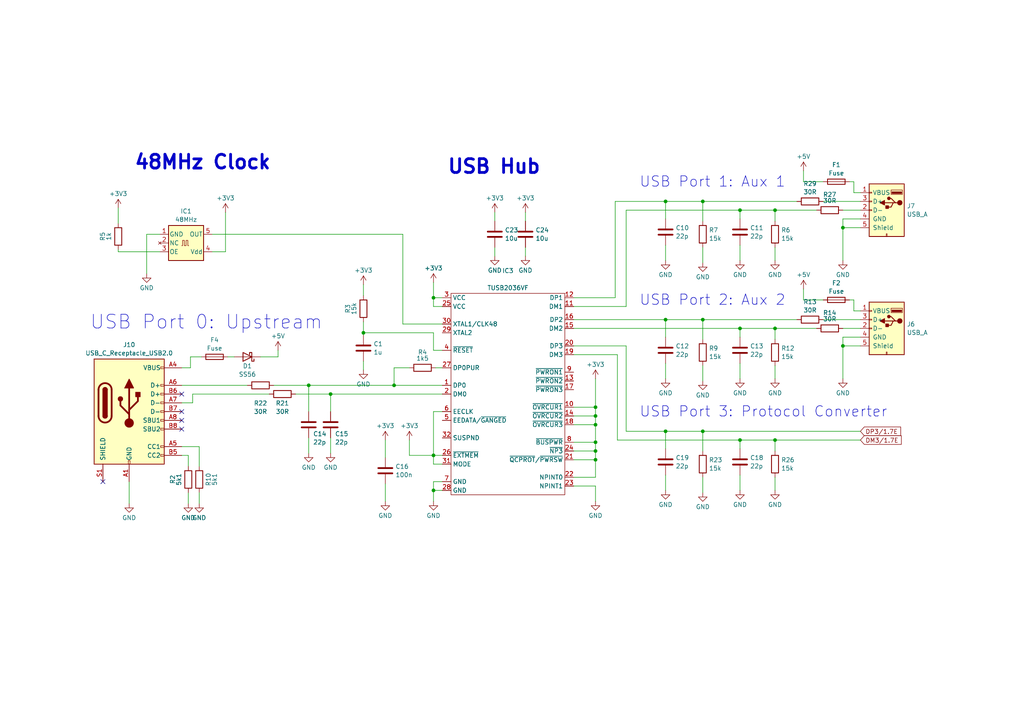
<source format=kicad_sch>
(kicad_sch (version 20230121) (generator eeschema)
  (paper "A4")
  (lib_symbols
    (symbol "Device:C" (pin_numbers hide) (pin_names (offset 0.254))
      (property "Reference" "C" (at 0.635 2.54 0))
      (property "Value" "C" (at 0.635 -2.54 0))
      (symbol "C_0_1"
        (polyline (pts (xy -2.032 -0.762) (xy 2.032 -0.762)) (stroke (width 0.508)))
        (polyline (pts (xy -2.032 0.762) (xy 2.032 0.762)) (stroke (width 0.508)))
      )
      (symbol "C_1_1"
        (pin passive line (at 0 3.81 270) (length 2.794) (name "~") (number "1"))
        (pin passive line (at 0 -3.81 90) (length 2.794) (name "~") (number "2"))
      )
    )
    (symbol "Device:D_Schottky" (pin_numbers hide) (pin_names (offset 1.016) hide)
      (property "Reference" "D" (at 0 2.54 0))
      (property "Value" "D_Schottky" (at 0 -2.54 0))
      (symbol "D_Schottky_0_1"
        (polyline (pts (xy 1.27 0) (xy -1.27 0)))
        (polyline (pts (xy 1.27 1.27) (xy 1.27 -1.27) (xy -1.27 0) (xy 1.27 1.27)) (stroke (width 0.254)))
        (polyline (pts (xy -1.905 0.635) (xy -1.905 1.27) (xy -1.27 1.27) (xy -1.27 -1.27) (xy -0.635 -1.27) (xy -0.635 -0.635)) (stroke (width 0.254)))
      )
      (symbol "D_Schottky_1_1"
        (pin passive line (at -3.81 0 0) (length 2.54) (name "K") (number "1"))
        (pin passive line (at 3.81 0 180) (length 2.54) (name "A") (number "2"))
      )
    )
    (symbol "Device:Fuse" (pin_numbers hide) (pin_names (offset 0))
      (property "Reference" "F" (at 2.032 0 90))
      (property "Value" "Fuse" (at -1.905 0 90))
      (symbol "Fuse_0_1"
        (rectangle (start -0.762 -2.54) (end 0.762 2.54) (stroke (width 0.254)))
        (polyline (pts (xy 0 2.54) (xy 0 -2.54)))
      )
      (symbol "Fuse_1_1"
        (pin passive line (at 0 3.81 270) (length 1.27) (name "~") (number "1"))
        (pin passive line (at 0 -3.81 90) (length 1.27) (name "~") (number "2"))
      )
    )
    (symbol "Device:R" (pin_numbers hide) (pin_names (offset 0))
      (property "Reference" "R" (at 2.032 0 90))
      (property "Value" "R" (at 0 0 90))
      (symbol "R_0_1"
        (rectangle (start -1.016 -2.54) (end 1.016 2.54) (stroke (width 0.254)))
      )
      (symbol "R_1_1"
        (pin passive line (at 0 3.81 270) (length 1.27) (name "~") (number "1"))
        (pin passive line (at 0 -3.81 90) (length 1.27) (name "~") (number "2"))
      )
    )
    (symbol "_:48MHz" (pin_names (offset 0.254))
      (property "Reference" "X" (at -5.08 6.35 0))
      (property "Value" "48MHz" (at 1.27 -6.35 0))
      (symbol "48MHz_0_1"
        (rectangle (start -5.08 5.08) (end 5.08 -5.08) (stroke (width 0.254)) (fill (type background)))
        (polyline (pts (xy -1.27 -0.762) (xy -1.016 -0.762) (xy -1.016 0.762) (xy -0.508 0.762) (xy -0.508 -0.762) (xy 0 -0.762) (xy 0 0.762) (xy 0.508 0.762) (xy 0.508 -0.762) (xy 0.762 -0.762)))
      )
      (symbol "48MHz_1_1"
        (pin power_in line (at -7.62 2.54 0) (length 2.54) (name "GND") (number "1"))
        (pin no_connect line (at -7.62 0 0) (length 2.54) (name "NC") (number "2"))
        (pin input line (at -7.62 -2.54 0) (length 2.54) (name "OE") (number "3"))
        (pin power_in line (at 7.62 -2.54 180) (length 2.54) (name "Vdd") (number "4"))
        (pin output line (at 7.62 2.54 180) (length 2.54) (name "OUT") (number "5"))
      )
    )
    (symbol "_:TUSB2036VF"
      (property "Reference" "U" (at 0 0 0))
      (symbol "TUSB2036VF_0_1"
        (rectangle (start -16.51 8.89) (end 16.51 -49.53))
      )
      (symbol "TUSB2036VF_1_1"
        (pin power_in line (at -19.05 -17.78 0) (length 2.54) (name "DP0") (number "1"))
        (pin output line (at 19.05 -24.13 180) (length 2.54) (name "~{OVRCUR1}") (number "10"))
        (pin bidirectional line (at 19.05 5.08 180) (length 2.54) (name "DM1") (number "11"))
        (pin bidirectional line (at 19.05 7.62 180) (length 2.54) (name "DP1") (number "12"))
        (pin output line (at 19.05 -16.51 180) (length 2.54) (name "~{PWRON2}") (number "13"))
        (pin output line (at 19.05 -26.67 180) (length 2.54) (name "~{OVRCUR2}") (number "14"))
        (pin bidirectional line (at 19.05 -1.27 180) (length 2.54) (name "DM2") (number "15"))
        (pin bidirectional line (at 19.05 1.27 180) (length 2.54) (name "DP2") (number "16"))
        (pin output line (at 19.05 -19.05 180) (length 2.54) (name "~{PWRON3}") (number "17"))
        (pin output line (at 19.05 -29.21 180) (length 2.54) (name "~{OVRCUR3}") (number "18"))
        (pin bidirectional line (at 19.05 -8.89 180) (length 2.54) (name "DM3") (number "19"))
        (pin power_in line (at -19.05 -20.32 0) (length 2.54) (name "DM0") (number "2"))
        (pin bidirectional line (at 19.05 -6.35 180) (length 2.54) (name "DP3") (number "20"))
        (pin input line (at 19.05 -39.37 180) (length 2.54) (name "~{QCPROT}/~{PWRSW}") (number "21"))
        (pin input line (at 19.05 -44.45 180) (length 2.54) (name "NPINT0") (number "22"))
        (pin input line (at 19.05 -46.99 180) (length 2.54) (name "NPINT1") (number "23"))
        (pin input line (at 19.05 -36.83 180) (length 2.54) (name "~{NP3}") (number "24"))
        (pin power_in line (at -19.05 5.08 0) (length 2.54) (name "VCC") (number "25"))
        (pin input line (at -19.05 -38.1 0) (length 2.54) (name "~{EXTMEM}") (number "26"))
        (pin input line (at -19.05 -12.7 0) (length 2.54) (name "DP0PUR") (number "27"))
        (pin power_in line (at -19.05 -48.26 0) (length 2.54) (name "GND") (number "28"))
        (pin output line (at -19.05 -2.54 0) (length 2.54) (name "XTAL2") (number "29"))
        (pin power_in line (at -19.05 7.62 0) (length 2.54) (name "VCC") (number "3"))
        (pin input line (at -19.05 0 0) (length 2.54) (name "XTAL1/CLK48") (number "30"))
        (pin input line (at -19.05 -40.64 0) (length 2.54) (name "MODE") (number "31"))
        (pin input line (at -19.05 -33.02 0) (length 2.54) (name "SUSPND") (number "32"))
        (pin input line (at -19.05 -7.62 0) (length 2.54) (name "~{RESET}") (number "4"))
        (pin bidirectional line (at -19.05 -27.94 0) (length 2.54) (name "EEDATA/~{GANGED}") (number "5"))
        (pin output line (at -19.05 -25.4 0) (length 2.54) (name "EECLK") (number "6"))
        (pin power_in line (at -19.05 -45.72 0) (length 2.54) (name "GND") (number "7"))
        (pin input line (at 19.05 -34.29 180) (length 2.54) (name "~{BUSPWR}") (number "8"))
        (pin output line (at 19.05 -13.97 180) (length 2.54) (name "~{PWRON1}") (number "9"))
      )
    )
    (symbol "_:USB_A" (pin_names (offset 1.016))
      (property "Reference" "J" (at 5.08 -8.89 0))
      (property "Value" "USB_A" (at 0 8.89 0))
      (symbol "USB_A_0_1"
        (rectangle (start -5.08 -7.62) (end 5.08 7.62) (stroke (width 0.254)) (fill (type background)))
        (circle (center -3.81 2.159) (radius 0.635) (stroke (width 0.254)) (fill (type outline)))
        (rectangle (start -1.524 4.826) (end -4.318 5.334) (fill (type outline)))
        (rectangle (start -1.27 4.572) (end -4.572 5.842))
        (circle (center -0.635 3.429) (radius 0.381) (stroke (width 0.254)) (fill (type outline)))
        (rectangle (start -0.127 -7.62) (end 0.127 -6.858))
        (polyline (pts (xy -3.175 2.159) (xy -2.54 2.159) (xy -1.27 3.429) (xy -0.635 3.429)) (stroke (width 0.254)))
        (polyline (pts (xy -2.54 2.159) (xy -1.905 2.159) (xy -1.27 0.889) (xy 0 0.889)) (stroke (width 0.254)))
        (polyline (pts (xy 0.635 2.794) (xy 0.635 1.524) (xy 1.905 2.159) (xy 0.635 2.794)) (stroke (width 0.254)) (fill (type outline)))
        (rectangle (start 0.254 1.27) (end -0.508 0.508) (stroke (width 0.254)) (fill (type outline)))
        (rectangle (start 5.08 -0.127) (end 4.318 0.127))
        (rectangle (start 5.08 2.413) (end 4.318 2.667))
        (rectangle (start 5.08 4.953) (end 4.318 5.207))
      )
      (symbol "USB_A_1_1"
        (polyline (pts (xy -1.905 2.159) (xy 0.635 2.159)) (stroke (width 0.254)))
        (pin power_in line (at 7.62 5.08 180) (length 2.54) (name "VBUS") (number "1"))
        (pin bidirectional line (at 7.62 0 180) (length 2.54) (name "D-") (number "2"))
        (pin bidirectional line (at 7.62 2.54 180) (length 2.54) (name "D+") (number "3"))
        (pin power_in line (at 7.62 -2.54 180) (length 2.54) (name "GND") (number "4"))
        (pin passive line (at 7.62 -5.08 180) (length 2.54) (name "Shield") (number "5"))
      )
    )
    (symbol "_:USB_C_Receptacle_USB2.0" (pin_names (offset 1.016))
      (property "Reference" "J" (at -10.16 19.05 0))
      (property "Value" "USB_C_Receptacle_USB2.0" (at 19.05 19.05 0))
      (symbol "USB_C_Receptacle_USB2.0_0_0"
        (rectangle (start -0.254 -12.7) (end 0.254 -11.684))
        (rectangle (start 10.16 -9.906) (end 9.144 -10.414))
        (rectangle (start 10.16 -7.366) (end 9.144 -7.874))
        (rectangle (start 10.16 -2.286) (end 9.144 -2.794))
        (rectangle (start 10.16 0.254) (end 9.144 -0.254))
        (rectangle (start 10.16 2.794) (end 9.144 2.286))
        (rectangle (start 10.16 5.334) (end 9.144 4.826))
        (rectangle (start 10.16 7.874) (end 9.144 7.366))
        (rectangle (start 10.16 10.414) (end 9.144 9.906))
        (rectangle (start 10.16 15.494) (end 9.144 14.986))
      )
      (symbol "USB_C_Receptacle_USB2.0_0_1"
        (rectangle (start -10.16 17.78) (end 10.16 -12.7) (stroke (width 0.254)) (fill (type background)))
        (arc (start -8.89 1.27) (mid -6.985 -0.6267) (end -5.08 1.27) (stroke (width 0.508)))
        (arc (start -7.62 1.27) (mid -6.985 0.6377) (end -6.35 1.27) (stroke (width 0.254)))
        (arc (start -7.62 1.27) (mid -6.985 0.6377) (end -6.35 1.27) (stroke (width 0.254)) (fill (type outline)))
        (rectangle (start -7.62 1.27) (end -6.35 8.89) (stroke (width 0.254)) (fill (type outline)))
        (arc (start -6.35 8.89) (mid -6.985 9.5223) (end -7.62 8.89) (stroke (width 0.254)))
        (arc (start -6.35 8.89) (mid -6.985 9.5223) (end -7.62 8.89) (stroke (width 0.254)) (fill (type outline)))
        (arc (start -5.08 8.89) (mid -6.985 10.7867) (end -8.89 8.89) (stroke (width 0.508)))
        (circle (center -2.54 6.223) (radius 0.635) (stroke (width 0.254)) (fill (type outline)))
        (circle (center 0 -0.762) (radius 1.27) (fill (type outline)))
        (polyline (pts (xy -8.89 1.27) (xy -8.89 8.89)) (stroke (width 0.508)))
        (polyline (pts (xy -5.08 8.89) (xy -5.08 1.27)) (stroke (width 0.508)))
        (polyline (pts (xy 0 -0.762) (xy 0 9.398)) (stroke (width 0.508)))
        (polyline (pts (xy 0 1.778) (xy -2.54 4.318) (xy -2.54 5.588)) (stroke (width 0.508)))
        (polyline (pts (xy 0 3.048) (xy 2.54 5.588) (xy 2.54 6.858)) (stroke (width 0.508)))
        (polyline (pts (xy -1.27 9.398) (xy 0 11.938) (xy 1.27 9.398) (xy -1.27 9.398)) (stroke (width 0.254)) (fill (type outline)))
        (rectangle (start 1.905 6.858) (end 3.175 8.128) (stroke (width 0.254)) (fill (type outline)))
      )
      (symbol "USB_C_Receptacle_USB2.0_1_1"
        (pin passive line (at 0 -17.78 90) (length 5.08) (name "GND") (number "A1"))
        (pin passive line (at 0 -17.78 90) (length 5.08) hide (name "GND") (number "A12"))
        (pin passive line (at 15.24 15.24 180) (length 5.08) (name "VBUS") (number "A4"))
        (pin bidirectional line (at 15.24 -7.62 180) (length 5.08) (name "CC1") (number "A5"))
        (pin bidirectional line (at 15.24 10.16 180) (length 5.08) (name "D+") (number "A6"))
        (pin bidirectional line (at 15.24 5.08 180) (length 5.08) (name "D-") (number "A7"))
        (pin bidirectional line (at 15.24 0 180) (length 5.08) (name "SBU1") (number "A8"))
        (pin passive line (at 15.24 15.24 180) (length 5.08) hide (name "VBUS") (number "A9"))
        (pin passive line (at 0 -17.78 90) (length 5.08) hide (name "GND") (number "B1"))
        (pin passive line (at 0 -17.78 90) (length 5.08) hide (name "GND") (number "B12"))
        (pin passive line (at 15.24 15.24 180) (length 5.08) hide (name "VBUS") (number "B4"))
        (pin bidirectional line (at 15.24 -10.16 180) (length 5.08) (name "CC2") (number "B5"))
        (pin bidirectional line (at 15.24 7.62 180) (length 5.08) (name "D+") (number "B6"))
        (pin bidirectional line (at 15.24 2.54 180) (length 5.08) (name "D-") (number "B7"))
        (pin bidirectional line (at 15.24 -2.54 180) (length 5.08) (name "SBU2") (number "B8"))
        (pin passive line (at 15.24 15.24 180) (length 5.08) hide (name "VBUS") (number "B9"))
        (pin passive line (at -7.62 -17.78 90) (length 5.08) (name "SHIELD") (number "S1"))
      )
    )
    (symbol "power:+3V3" (power) (pin_names (offset 0))
      (property "Value" "+3V3" (at 0 3.556 0))
      (symbol "+3V3_0_1"
        (polyline (pts (xy -0.762 1.27) (xy 0 2.54)))
        (polyline (pts (xy 0 0) (xy 0 2.54)))
        (polyline (pts (xy 0 2.54) (xy 0.762 1.27)))
      )
      (symbol "+3V3_1_1"
        (pin power_in line (at 0 0 90) (length 0) hide (name "+3V3") (number "1"))
      )
    )
    (symbol "power:+5V" (power) (pin_names (offset 0))
      (property "Value" "+5V" (at 0 3.556 0))
      (symbol "+5V_0_1"
        (polyline (pts (xy -0.762 1.27) (xy 0 2.54)))
        (polyline (pts (xy 0 0) (xy 0 2.54)))
        (polyline (pts (xy 0 2.54) (xy 0.762 1.27)))
      )
      (symbol "+5V_1_1"
        (pin power_in line (at 0 0 90) (length 0) hide (name "+5V") (number "1"))
      )
    )
    (symbol "power:GND" (power) (pin_names (offset 0))
      (property "Value" "GND" (at 0 -3.81 0))
      (symbol "GND_0_1"
        (polyline (pts (xy 0 0) (xy 0 -1.27) (xy 1.27 -1.27) (xy 0 -2.54) (xy -1.27 -1.27) (xy 0 -1.27)))
      )
      (symbol "GND_1_1"
        (pin power_in line (at 0 0 270) (length 0) hide (name "GND") (number "1"))
      )
    )
  )
  (junction (at 224.79 95.25))
  (junction (at 114.3 111.76))
  (junction (at 172.72 133.35))
  (junction (at 105.41 96.52))
  (junction (at 172.72 130.81))
  (junction (at 203.835 125.095))
  (junction (at 172.72 128.27))
  (junction (at 172.72 123.19))
  (junction (at 224.79 127.635))
  (junction (at 125.73 132.08))
  (junction (at 203.835 92.71))
  (junction (at 214.63 60.96))
  (junction (at 224.79 60.96))
  (junction (at 172.72 120.65))
  (junction (at 172.72 118.11))
  (junction (at 214.63 127.635))
  (junction (at 214.63 95.25))
  (junction (at 193.04 125.095))
  (junction (at 244.475 100.33))
  (junction (at 244.475 66.04))
  (junction (at 125.73 86.36))
  (junction (at 125.73 142.24))
  (junction (at 89.535 111.76))
  (junction (at 193.04 58.42))
  (junction (at 95.885 114.3))
  (junction (at 203.835 58.42))
  (junction (at 193.04 92.71))
  (no_connect (at 52.705 114.3))
  (no_connect (at 52.705 119.38))
  (no_connect (at 29.845 139.7))
  (no_connect (at 52.705 124.46))
  (no_connect (at 52.705 121.92))
  (wire (pts (xy 246.38 52.705) (xy 247.65 52.705)))
  (wire (pts (xy 224.79 138.43) (xy 224.79 142.24)))
  (wire (pts (xy 65.405 61.595) (xy 65.405 73.025)))
  (wire (pts (xy 214.63 137.795) (xy 214.63 142.24)))
  (wire (pts (xy 125.73 139.7) (xy 125.73 142.24)))
  (wire (pts (xy 244.475 66.04) (xy 244.475 75.565)))
  (wire (pts (xy 214.63 60.96) (xy 214.63 63.5)))
  (wire (pts (xy 125.73 132.08) (xy 118.745 132.08)))
  (wire (pts (xy 247.65 90.17) (xy 249.555 90.17)))
  (wire (pts (xy 247.65 55.88) (xy 249.555 55.88)))
  (wire (pts (xy 166.37 95.25) (xy 214.63 95.25)))
  (wire (pts (xy 89.535 111.76) (xy 114.3 111.76)))
  (wire (pts (xy 105.41 96.52) (xy 105.41 97.155)))
  (wire (pts (xy 118.745 132.08) (xy 118.745 127.635)))
  (wire (pts (xy 125.73 88.9) (xy 125.73 86.36)))
  (wire (pts (xy 179.07 102.87) (xy 179.07 127.635)))
  (wire (pts (xy 203.835 125.095) (xy 203.835 130.81)))
  (wire (pts (xy 66.04 103.505) (xy 67.945 103.505)))
  (wire (pts (xy 224.79 95.25) (xy 236.855 95.25)))
  (wire (pts (xy 172.72 140.97) (xy 172.72 145.415)))
  (wire (pts (xy 214.63 60.96) (xy 224.79 60.96)))
  (wire (pts (xy 105.41 93.345) (xy 105.41 96.52)))
  (wire (pts (xy 244.475 100.33) (xy 249.555 100.33)))
  (wire (pts (xy 203.835 92.71) (xy 203.835 98.425)))
  (wire (pts (xy 203.835 138.43) (xy 203.835 142.875)))
  (wire (pts (xy 214.63 105.41) (xy 214.63 109.855)))
  (wire (pts (xy 54.61 132.08) (xy 54.61 135.255)))
  (wire (pts (xy 214.63 95.25) (xy 214.63 97.79)))
  (wire (pts (xy 193.04 58.42) (xy 203.835 58.42)))
  (wire (pts (xy 79.375 111.76) (xy 89.535 111.76)))
  (wire (pts (xy 178.435 86.36) (xy 178.435 58.42)))
  (wire (pts (xy 172.72 138.43) (xy 166.37 138.43)))
  (wire (pts (xy 34.29 73.025) (xy 46.355 73.025)))
  (wire (pts (xy 85.725 114.3) (xy 95.885 114.3)))
  (wire (pts (xy 52.705 111.76) (xy 71.755 111.76)))
  (wire (pts (xy 111.76 127.635) (xy 111.76 132.715)))
  (wire (pts (xy 224.79 106.045) (xy 224.79 109.855)))
  (wire (pts (xy 55.245 103.505) (xy 58.42 103.505)))
  (wire (pts (xy 203.835 71.755) (xy 203.835 76.2)))
  (wire (pts (xy 193.04 71.12) (xy 193.04 75.565)))
  (wire (pts (xy 89.535 111.76) (xy 89.535 119.38)))
  (wire (pts (xy 166.37 128.27) (xy 172.72 128.27)))
  (wire (pts (xy 203.835 92.71) (xy 231.14 92.71)))
  (wire (pts (xy 57.785 142.875) (xy 57.785 146.05)))
  (wire (pts (xy 181.61 100.33) (xy 181.61 125.095)))
  (wire (pts (xy 166.37 92.71) (xy 193.04 92.71)))
  (wire (pts (xy 193.04 125.095) (xy 203.835 125.095)))
  (wire (pts (xy 233.045 86.995) (xy 238.76 86.995)))
  (wire (pts (xy 46.355 67.945) (xy 42.545 67.945)))
  (wire (pts (xy 244.475 100.33) (xy 244.475 109.855)))
  (wire (pts (xy 249.555 97.79) (xy 244.475 97.79)))
  (wire (pts (xy 172.72 128.27) (xy 172.72 130.81)))
  (wire (pts (xy 224.79 60.96) (xy 224.79 64.135)))
  (wire (pts (xy 172.72 130.81) (xy 172.72 133.35)))
  (wire (pts (xy 233.045 52.705) (xy 238.76 52.705)))
  (wire (pts (xy 128.27 88.9) (xy 125.73 88.9)))
  (wire (pts (xy 166.37 118.11) (xy 172.72 118.11)))
  (wire (pts (xy 152.4 71.755) (xy 152.4 74.295)))
  (wire (pts (xy 126.365 106.68) (xy 128.27 106.68)))
  (wire (pts (xy 125.73 134.62) (xy 125.73 132.08)))
  (wire (pts (xy 193.04 125.095) (xy 193.04 130.175)))
  (wire (pts (xy 114.3 106.68) (xy 114.3 111.76)))
  (wire (pts (xy 244.475 97.79) (xy 244.475 100.33)))
  (wire (pts (xy 143.51 71.755) (xy 143.51 74.295)))
  (wire (pts (xy 214.63 71.12) (xy 214.63 75.565)))
  (wire (pts (xy 166.37 123.19) (xy 172.72 123.19)))
  (wire (pts (xy 172.72 123.19) (xy 172.72 128.27)))
  (wire (pts (xy 224.79 60.96) (xy 236.855 60.96)))
  (wire (pts (xy 152.4 61.595) (xy 152.4 64.135)))
  (wire (pts (xy 128.27 139.7) (xy 125.73 139.7)))
  (wire (pts (xy 52.705 116.84) (xy 55.88 116.84)))
  (wire (pts (xy 172.72 120.65) (xy 172.72 123.19)))
  (wire (pts (xy 238.76 92.71) (xy 249.555 92.71)))
  (wire (pts (xy 54.61 132.08) (xy 52.705 132.08)))
  (wire (pts (xy 179.07 127.635) (xy 214.63 127.635)))
  (wire (pts (xy 166.37 133.35) (xy 172.72 133.35)))
  (wire (pts (xy 143.51 61.595) (xy 143.51 64.135)))
  (wire (pts (xy 166.37 102.87) (xy 179.07 102.87)))
  (wire (pts (xy 166.37 130.81) (xy 172.72 130.81)))
  (wire (pts (xy 125.73 132.08) (xy 128.27 132.08)))
  (wire (pts (xy 80.645 101.6) (xy 80.645 103.505)))
  (wire (pts (xy 125.73 96.52) (xy 105.41 96.52)))
  (wire (pts (xy 224.79 95.25) (xy 224.79 98.425)))
  (wire (pts (xy 193.04 92.71) (xy 203.835 92.71)))
  (wire (pts (xy 244.475 66.04) (xy 249.555 66.04)))
  (wire (pts (xy 95.885 114.3) (xy 128.27 114.3)))
  (wire (pts (xy 172.72 133.35) (xy 172.72 138.43)))
  (wire (pts (xy 57.785 129.54) (xy 57.785 135.255)))
  (wire (pts (xy 214.63 127.635) (xy 224.79 127.635)))
  (wire (pts (xy 203.835 106.045) (xy 203.835 110.49)))
  (wire (pts (xy 244.475 95.25) (xy 249.555 95.25)))
  (wire (pts (xy 249.555 63.5) (xy 244.475 63.5)))
  (wire (pts (xy 42.545 67.945) (xy 42.545 79.375)))
  (wire (pts (xy 128.27 119.38) (xy 125.73 119.38)))
  (wire (pts (xy 193.04 58.42) (xy 193.04 63.5)))
  (wire (pts (xy 128.27 134.62) (xy 125.73 134.62)))
  (wire (pts (xy 118.745 106.68) (xy 114.3 106.68)))
  (wire (pts (xy 247.65 52.705) (xy 247.65 55.88)))
  (wire (pts (xy 214.63 127.635) (xy 214.63 130.175)))
  (wire (pts (xy 224.79 127.635) (xy 224.79 130.81)))
  (wire (pts (xy 244.475 60.96) (xy 249.555 60.96)))
  (wire (pts (xy 111.76 140.335) (xy 111.76 145.415)))
  (wire (pts (xy 172.72 109.855) (xy 172.72 118.11)))
  (wire (pts (xy 181.61 125.095) (xy 193.04 125.095)))
  (wire (pts (xy 166.37 140.97) (xy 172.72 140.97)))
  (wire (pts (xy 238.76 58.42) (xy 249.555 58.42)))
  (wire (pts (xy 55.88 116.84) (xy 55.88 114.3)))
  (wire (pts (xy 193.04 137.795) (xy 193.04 142.24)))
  (wire (pts (xy 166.37 86.36) (xy 178.435 86.36)))
  (wire (pts (xy 125.73 81.915) (xy 125.73 86.36)))
  (wire (pts (xy 37.465 139.7) (xy 37.465 146.05)))
  (wire (pts (xy 125.73 86.36) (xy 128.27 86.36)))
  (wire (pts (xy 52.705 129.54) (xy 57.785 129.54)))
  (wire (pts (xy 233.045 49.53) (xy 233.045 52.705)))
  (wire (pts (xy 166.37 120.65) (xy 172.72 120.65)))
  (wire (pts (xy 55.245 106.68) (xy 52.705 106.68)))
  (wire (pts (xy 114.3 111.76) (xy 128.27 111.76)))
  (wire (pts (xy 128.27 93.98) (xy 116.84 93.98)))
  (wire (pts (xy 61.595 67.945) (xy 116.84 67.945)))
  (wire (pts (xy 95.885 119.38) (xy 95.885 114.3)))
  (wire (pts (xy 203.835 125.095) (xy 249.555 125.095)))
  (wire (pts (xy 247.65 86.995) (xy 247.65 90.17)))
  (wire (pts (xy 203.835 58.42) (xy 231.14 58.42)))
  (wire (pts (xy 181.61 88.9) (xy 181.61 60.96)))
  (wire (pts (xy 54.61 142.875) (xy 54.61 146.05)))
  (wire (pts (xy 34.29 72.39) (xy 34.29 73.025)))
  (wire (pts (xy 166.37 100.33) (xy 181.61 100.33)))
  (wire (pts (xy 125.73 142.24) (xy 125.73 145.415)))
  (wire (pts (xy 166.37 88.9) (xy 181.61 88.9)))
  (wire (pts (xy 193.04 105.41) (xy 193.04 109.855)))
  (wire (pts (xy 125.73 142.24) (xy 128.27 142.24)))
  (wire (pts (xy 80.645 103.505) (xy 75.565 103.505)))
  (wire (pts (xy 244.475 63.5) (xy 244.475 66.04)))
  (wire (pts (xy 181.61 60.96) (xy 214.63 60.96)))
  (wire (pts (xy 233.045 83.82) (xy 233.045 86.995)))
  (wire (pts (xy 125.73 101.6) (xy 125.73 96.52)))
  (wire (pts (xy 61.595 73.025) (xy 65.405 73.025)))
  (wire (pts (xy 55.245 103.505) (xy 55.245 106.68)))
  (wire (pts (xy 224.79 127.635) (xy 249.555 127.635)))
  (wire (pts (xy 224.79 71.755) (xy 224.79 75.565)))
  (wire (pts (xy 116.84 67.945) (xy 116.84 93.98)))
  (wire (pts (xy 172.72 118.11) (xy 172.72 120.65)))
  (wire (pts (xy 105.41 82.55) (xy 105.41 85.725)))
  (wire (pts (xy 95.885 127) (xy 95.885 131.445)))
  (wire (pts (xy 105.41 104.775) (xy 105.41 107.315)))
  (wire (pts (xy 214.63 95.25) (xy 224.79 95.25)))
  (wire (pts (xy 193.04 92.71) (xy 193.04 97.79)))
  (wire (pts (xy 125.73 119.38) (xy 125.73 132.08)))
  (wire (pts (xy 246.38 86.995) (xy 247.65 86.995)))
  (wire (pts (xy 203.835 58.42) (xy 203.835 64.135)))
  (wire (pts (xy 34.29 60.325) (xy 34.29 64.77)))
  (wire (pts (xy 178.435 58.42) (xy 193.04 58.42)))
  (wire (pts (xy 128.27 101.6) (xy 125.73 101.6)))
  (wire (pts (xy 55.88 114.3) (xy 78.105 114.3)))
  (wire (pts (xy 89.535 127) (xy 89.535 131.445)))
  (text "48MHz Clock" (at 38.735 49.53 0) (effects (font (size 4 4) (thickness 0.8) bold) (justify left bottom)))
  (text "USB Port 0: Upstream" (at 26.035 95.885 0) (effects (font (size 4 4)) (justify left bottom)))
  (text "USB Port 3: Protocol Converter" (at 185.42 121.285 0) (effects (font (size 3 3)) (justify left bottom)))
  (text "USB Hub" (at 129.54 50.8 0) (effects (font (size 4 4) (thickness 0.8) bold) (justify left bottom)))
  (text "USB Port 2: Aux 2" (at 185.42 88.9 0) (effects (font (size 3 3)) (justify left bottom)))
  (text "USB Port 1: Aux 1" (at 185.42 54.61 0) (effects (font (size 3 3)) (justify left bottom)))
  (global_label "DP3{slash}1.7E" (shape input) (at 249.555 125.095 0) (property "Intersheetrefs" "${INTERSHEET_REFS}" (effects hide)))
  (global_label "DM3{slash}1.7E" (shape input) (at 249.555 127.635 0) (property "Intersheetrefs" "${INTERSHEET_REFS}" (effects hide)))
  (symbol (lib_id "Device:R") (at 240.665 60.96 90) (unit 1)
    (property "Reference" "R27" (at 240.665 56.4347 90))
    (property "Value" "30R" (at 240.665 58.2239 90))
    (property "Footprint" "Resistor_SMD:R_0603_1608Metric" (effects hide))
  )
  (symbol (lib_id "Device:C") (at 105.41 100.965 0) (unit 1)
    (property "Reference" "C1" (at 108.331 99.7529 0) (effects (justify left)))
    (property "Value" "1u" (at 108.331 102.1771 0) (effects (justify left)))
    (property "Footprint" "Capacitor_SMD:C_0603_1608Metric" (effects hide))
  )
  (symbol (lib_id "Device:R") (at 234.95 58.42 90) (unit 1)
    (property "Reference" "R29" (at 234.95 53.2597 90))
    (property "Value" "30R" (at 234.95 55.6839 90))
    (property "Footprint" "Resistor_SMD:R_0603_1608Metric" (effects hide))
  )
  (symbol (lib_id "power:GND") (at 125.73 145.415 0) (unit 1)
    (property "Reference" "#PWR0152" (effects hide))
    (property "Value" "GND" (at 125.73 149.5481 0))
  )
  (symbol (lib_id "power:GND") (at 214.63 142.24 0) (unit 1)
    (property "Reference" "#PWR0167" (effects hide))
    (property "Value" "GND" (at 214.63 146.3731 0))
  )
  (symbol (lib_id "power:GND") (at 203.835 76.2 0) (unit 1)
    (property "Reference" "#PWR0162" (effects hide))
    (property "Value" "GND" (at 203.835 80.3331 0))
  )
  (symbol (lib_id "power:+3V3") (at 118.745 127.635 0) (mirror y) (unit 1)
    (property "Reference" "#PWR0150" (effects hide))
    (property "Value" "+3V3" (at 118.745 123.5019 0))
  )
  (symbol (lib_id "power:GND") (at 89.535 131.445 0) (unit 1)
    (property "Reference" "#PWR0144" (effects hide))
    (property "Value" "GND" (at 89.535 135.5781 0))
  )
  (symbol (lib_id "power:+3V3") (at 152.4 61.595 0) (unit 1)
    (property "Reference" "#PWR0155" (effects hide))
    (property "Value" "+3V3" (at 152.4 57.4619 0))
  )
  (symbol (lib_id "Device:C") (at 193.04 133.985 0) (unit 1)
    (property "Reference" "C19" (at 195.961 132.7729 0) (effects (justify left)))
    (property "Value" "22p" (at 195.961 135.1971 0) (effects (justify left)))
    (property "Footprint" "Capacitor_SMD:C_0402_1005Metric" (effects hide))
  )
  (symbol (lib_id "power:+3V3") (at 111.76 127.635 0) (unit 1)
    (property "Reference" "#PWR0148" (effects hide))
    (property "Value" "+3V3" (at 111.76 123.5019 0))
  )
  (symbol (lib_id "Device:R") (at 54.61 139.065 180) (unit 1)
    (property "Reference" "R2" (at 50.0847 139.065 90))
    (property "Value" "5k1" (at 51.8739 139.065 90))
    (property "Footprint" "Resistor_SMD:R_0603_1608Metric" (effects hide))
  )
  (symbol (lib_id "power:GND") (at 214.63 109.855 0) (unit 1)
    (property "Reference" "#PWR0166" (effects hide))
    (property "Value" "GND" (at 214.63 113.9881 0))
  )
  (symbol (lib_id "Device:R") (at 105.41 89.535 180) (unit 1)
    (property "Reference" "R3" (at 100.8847 89.535 90))
    (property "Value" "15k" (at 102.6739 89.535 90))
    (property "Footprint" "Resistor_SMD:R_0603_1608Metric" (effects hide))
  )
  (symbol (lib_id "power:GND") (at 42.545 79.375 0) (unit 1)
    (property "Reference" "#PWR0140" (effects hide))
    (property "Value" "GND" (at 42.545 83.5081 0))
  )
  (symbol (lib_id "Device:Fuse") (at 62.23 103.505 90) (unit 1)
    (property "Reference" "F4" (at 62.23 98.5987 90))
    (property "Value" "Fuse" (at 62.23 101.0229 90))
    (property "Footprint" "openkayo:Fuse_2018_5045Metric" (effects hide))
    (property "Datasheet" "https://www.farnell.com/datasheets/2051466.pdf" (effects hide))
  )
  (symbol (lib_id "power:GND") (at 203.835 110.49 0) (unit 1)
    (property "Reference" "#PWR0163" (effects hide))
    (property "Value" "GND" (at 203.835 114.6231 0))
  )
  (symbol (lib_id "Device:C") (at 193.04 101.6 0) (unit 1)
    (property "Reference" "C12" (at 195.961 100.3879 0) (effects (justify left)))
    (property "Value" "22p" (at 195.961 102.8121 0) (effects (justify left)))
    (property "Footprint" "Capacitor_SMD:C_0603_1608Metric" (effects hide))
  )
  (symbol (lib_id "power:GND") (at 203.835 142.875 0) (unit 1)
    (property "Reference" "#PWR0164" (effects hide))
    (property "Value" "GND" (at 203.835 147.0081 0))
  )
  (symbol (lib_id "Device:R") (at 122.555 106.68 90) (unit 1)
    (property "Reference" "R4" (at 122.555 102.1547 90))
    (property "Value" "1k5" (at 122.555 103.9439 90))
    (property "Footprint" "Resistor_SMD:R_0603_1608Metric" (effects hide))
  )
  (symbol (lib_id "Device:C") (at 214.63 67.31 0) (unit 1)
    (property "Reference" "C11" (at 217.551 66.0979 0) (effects (justify left)))
    (property "Value" "22p" (at 217.551 68.5221 0) (effects (justify left)))
    (property "Footprint" "Capacitor_SMD:C_0603_1608Metric" (effects hide))
  )
  (symbol (lib_id "Device:C") (at 95.885 123.19 0) (unit 1)
    (property "Reference" "C15" (at 97.155 125.8458 0) (effects (justify left)))
    (property "Value" "22p" (at 97.155 128.27 0) (effects (justify left)))
    (property "Footprint" "Capacitor_SMD:C_0603_1608Metric" (effects hide))
  )
  (symbol (lib_id "Device:R") (at 224.79 102.235 0) (unit 1)
    (property "Reference" "R12" (at 226.568 101.0229 0) (effects (justify left)))
    (property "Value" "15k" (at 226.568 103.4471 0) (effects (justify left)))
    (property "Footprint" "Resistor_SMD:R_0603_1608Metric" (effects hide))
  )
  (symbol (lib_id "power:+5V") (at 233.045 49.53 0) (unit 1)
    (property "Reference" "#PWR0171" (effects hide))
    (property "Value" "+5V" (at 233.045 45.3969 0))
  )
  (symbol (lib_id "power:GND") (at 95.885 131.445 0) (unit 1)
    (property "Reference" "#PWR0145" (effects hide))
    (property "Value" "GND" (at 95.885 135.5781 0))
  )
  (symbol (lib_id "power:+3V3") (at 172.72 109.855 0) (unit 1)
    (property "Reference" "#PWR0157" (effects hide))
    (property "Value" "+3V3" (at 172.72 105.7219 0))
  )
  (symbol (lib_id "Device:R") (at 224.79 67.945 0) (unit 1)
    (property "Reference" "R6" (at 226.568 66.7329 0) (effects (justify left)))
    (property "Value" "15k" (at 226.568 69.1571 0) (effects (justify left)))
    (property "Footprint" "Resistor_SMD:R_0603_1608Metric" (effects hide))
  )
  (symbol (lib_id "power:GND") (at 224.79 142.24 0) (unit 1)
    (property "Reference" "#PWR0170" (effects hide))
    (property "Value" "GND" (at 224.79 146.3731 0))
  )
  (symbol (lib_id "power:GND") (at 214.63 75.565 0) (unit 1)
    (property "Reference" "#PWR0165" (effects hide))
    (property "Value" "GND" (at 214.63 79.6981 0))
  )
  (symbol (lib_id "Device:C") (at 214.63 133.985 0) (unit 1)
    (property "Reference" "C18" (at 217.551 132.7729 0) (effects (justify left)))
    (property "Value" "22p" (at 217.551 135.1971 0) (effects (justify left)))
    (property "Footprint" "Capacitor_SMD:C_0402_1005Metric" (effects hide))
  )
  (symbol (lib_id "Device:C") (at 89.535 123.19 0) (unit 1)
    (property "Reference" "C14" (at 90.805 125.8458 0) (effects (justify left)))
    (property "Value" "22p" (at 90.805 128.27 0) (effects (justify left)))
    (property "Footprint" "Capacitor_SMD:C_0603_1608Metric" (effects hide))
  )
  (symbol (lib_id "power:GND") (at 224.79 75.565 0) (unit 1)
    (property "Reference" "#PWR0168" (effects hide))
    (property "Value" "GND" (at 224.79 79.6981 0))
  )
  (symbol (lib_id "power:GND") (at 37.465 146.05 0) (unit 1)
    (property "Reference" "#PWR0175" (effects hide))
    (property "Value" "GND" (at 37.465 150.1831 0))
  )
  (symbol (lib_id "_:USB_C_Receptacle_USB2.0") (at 37.465 121.92 0) (unit 1)
    (property "Reference" "J10" (at 37.465 99.9957 0))
    (property "Value" "USB_C_Receptacle_USB2.0" (at 37.465 102.4199 0))
    (property "Footprint" "Connector_USB:USB_C_Receptacle_Amphenol_12401610E4-2A" (effects hide))
    (property "Datasheet" "https://www.usb.org/sites/default/files/documents/usb_type-c.zip" (effects hide))
  )
  (symbol (lib_id "Device:R") (at 224.79 134.62 0) (unit 1)
    (property "Reference" "R26" (at 226.568 133.4079 0) (effects (justify left)))
    (property "Value" "15k" (at 226.568 135.8321 0) (effects (justify left)))
    (property "Footprint" "Resistor_SMD:R_0805_2012Metric" (effects hide))
  )
  (symbol (lib_id "power:+5V") (at 233.045 83.82 0) (unit 1)
    (property "Reference" "#PWR0172" (effects hide))
    (property "Value" "+5V" (at 233.045 79.6869 0))
  )
  (symbol (lib_id "power:GND") (at 224.79 109.855 0) (unit 1)
    (property "Reference" "#PWR0169" (effects hide))
    (property "Value" "GND" (at 224.79 113.9881 0))
  )
  (symbol (lib_id "power:+3V3") (at 143.51 61.595 0) (unit 1)
    (property "Reference" "#PWR0153" (effects hide))
    (property "Value" "+3V3" (at 143.51 57.4619 0))
  )
  (symbol (lib_id "power:GND") (at 143.51 74.295 0) (unit 1)
    (property "Reference" "#PWR0154" (effects hide))
    (property "Value" "GND" (at 143.51 78.4281 0))
  )
  (symbol (lib_id "_:USB_A") (at 257.175 60.96 0) (mirror y) (unit 1)
    (property "Reference" "J7" (at 263.017 59.7479 0) (effects (justify right)))
    (property "Value" "USB_A" (at 263.017 62.1721 0) (effects (justify right)))
    (property "Footprint" "Connector_USB:USB_A_CONNFLY_DS1095-WNR0" (effects hide))
    (property "Datasheet" " ~" (effects hide))
  )
  (symbol (lib_id "Device:C") (at 143.51 67.945 0) (unit 1)
    (property "Reference" "C23" (at 146.431 66.7329 0) (effects (justify left)))
    (property "Value" "10u" (at 146.431 69.1571 0) (effects (justify left)))
    (property "Footprint" "Capacitor_SMD:C_0805_2012Metric" (effects hide))
  )
  (symbol (lib_id "Device:R") (at 57.785 139.065 180) (unit 1)
    (property "Reference" "R10" (at 60.4408 139.065 90))
    (property "Value" "5k1" (at 62.23 139.065 90))
    (property "Footprint" "Resistor_SMD:R_0603_1608Metric" (effects hide))
  )
  (symbol (lib_id "Device:R") (at 203.835 102.235 0) (unit 1)
    (property "Reference" "R9" (at 205.613 101.0229 0) (effects (justify left)))
    (property "Value" "15k" (at 205.613 103.4471 0) (effects (justify left)))
    (property "Footprint" "Resistor_SMD:R_0603_1608Metric" (effects hide))
  )
  (symbol (lib_id "Device:C") (at 152.4 67.945 0) (unit 1)
    (property "Reference" "C24" (at 155.321 66.7329 0) (effects (justify left)))
    (property "Value" "10u" (at 155.321 69.1571 0) (effects (justify left)))
    (property "Footprint" "Capacitor_SMD:C_0805_2012Metric" (effects hide))
  )
  (symbol (lib_id "power:GND") (at 111.76 145.415 0) (unit 1)
    (property "Reference" "#PWR0149" (effects hide))
    (property "Value" "GND" (at 111.76 149.5481 0))
  )
  (symbol (lib_id "power:GND") (at 54.61 146.05 0) (unit 1)
    (property "Reference" "#PWR0141" (effects hide))
    (property "Value" "GND" (at 54.61 150.1831 0))
  )
  (symbol (lib_id "Device:R") (at 81.915 114.3 90) (unit 1)
    (property "Reference" "R21" (at 81.915 116.9558 90))
    (property "Value" "30R" (at 81.915 119.38 90))
    (property "Footprint" "Resistor_SMD:R_0805_2012Metric" (effects hide))
  )
  (symbol (lib_id "power:+5V") (at 80.645 101.6 0) (unit 1)
    (property "Reference" "#PWR0176" (effects hide))
    (property "Value" "+5V" (at 80.645 97.4669 0))
  )
  (symbol (lib_id "Device:R") (at 34.29 68.58 180) (unit 1)
    (property "Reference" "R5" (at 29.7647 68.58 90))
    (property "Value" "1k" (at 31.5539 68.58 90))
    (property "Footprint" "Resistor_SMD:R_0603_1608Metric" (effects hide))
  )
  (symbol (lib_id "power:+3V3") (at 125.73 81.915 0) (unit 1)
    (property "Reference" "#PWR0151" (effects hide))
    (property "Value" "+3V3" (at 125.73 77.7819 0))
  )
  (symbol (lib_id "power:GND") (at 193.04 75.565 0) (unit 1)
    (property "Reference" "#PWR0159" (effects hide))
    (property "Value" "GND" (at 193.04 79.6981 0))
  )
  (symbol (lib_id "Device:R") (at 240.665 95.25 90) (unit 1)
    (property "Reference" "R14" (at 240.665 90.7247 90))
    (property "Value" "30R" (at 240.665 92.5139 90))
    (property "Footprint" "Resistor_SMD:R_0603_1608Metric" (effects hide))
  )
  (symbol (lib_id "Device:R") (at 203.835 134.62 0) (unit 1)
    (property "Reference" "R23" (at 205.613 133.4079 0) (effects (justify left)))
    (property "Value" "15k" (at 205.613 135.8321 0) (effects (justify left)))
    (property "Footprint" "Resistor_SMD:R_0805_2012Metric" (effects hide))
  )
  (symbol (lib_id "_:TUSB2036VF") (at 147.32 93.98 0) (unit 1)
    (property "Reference" "IC3" (at 147.32 78.5327 0))
    (property "Value" "TUSB2036VF" (at 147.32 83.4969 0))
    (property "Footprint" "Package_QFP:LQFP-32_7x7mm_P0.8mm" (effects hide))
    (property "Datasheet" "https://www.ti.com/lit/ds/symlink/tusb2036.pdf" (effects hide))
  )
  (symbol (lib_id "power:GND") (at 105.41 107.315 0) (unit 1)
    (property "Reference" "#PWR0147" (effects hide))
    (property "Value" "GND" (at 105.41 111.4481 0))
  )
  (symbol (lib_id "power:GND") (at 193.04 142.24 0) (unit 1)
    (property "Reference" "#PWR0161" (effects hide))
    (property "Value" "GND" (at 193.04 146.3731 0))
  )
  (symbol (lib_id "Device:R") (at 75.565 111.76 90) (unit 1)
    (property "Reference" "R22" (at 75.565 116.9558 90))
    (property "Value" "30R" (at 75.565 119.38 90))
    (property "Footprint" "Resistor_SMD:R_0805_2012Metric" (effects hide))
  )
  (symbol (lib_id "Device:C") (at 193.04 67.31 0) (unit 1)
    (property "Reference" "C10" (at 195.961 66.0979 0) (effects (justify left)))
    (property "Value" "22p" (at 195.961 68.5221 0) (effects (justify left)))
    (property "Footprint" "Capacitor_SMD:C_0603_1608Metric" (effects hide))
  )
  (symbol (lib_id "power:GND") (at 57.785 146.05 0) (unit 1)
    (property "Reference" "#PWR0142" (effects hide))
    (property "Value" "GND" (at 57.785 150.1831 0))
  )
  (symbol (lib_id "power:GND") (at 172.72 145.415 0) (unit 1)
    (property "Reference" "#PWR0158" (effects hide))
    (property "Value" "GND" (at 172.72 149.5481 0))
  )
  (symbol (lib_id "Device:C") (at 111.76 136.525 0) (unit 1)
    (property "Reference" "C16" (at 114.681 135.3129 0) (effects (justify left)))
    (property "Value" "100n" (at 114.681 137.7371 0) (effects (justify left)))
    (property "Footprint" "Capacitor_SMD:C_0805_2012Metric" (effects hide))
  )
  (symbol (lib_id "Device:D_Schottky") (at 71.755 103.505 180) (unit 1)
    (property "Reference" "D1" (at 71.755 106.1608 0))
    (property "Value" "SS56" (at 71.755 108.585 0))
    (property "Footprint" "Diode_SMD:D_SMA" (effects hide))
    (property "Sim.Device" "D" (effects hide))
    (property "Sim.Pins" "1=K 2=A" (effects hide))
    (instances (project "openkayo" (path "" (reference "D1") (unit 1)) (path "" (reference "D3") (unit 1))))
  )
  (symbol (lib_id "Device:R") (at 234.95 92.71 90) (unit 1)
    (property "Reference" "R13" (at 234.95 87.5497 90))
    (property "Value" "30R" (at 234.95 89.9739 90))
    (property "Footprint" "Resistor_SMD:R_0603_1608Metric" (effects hide))
  )
  (symbol (lib_id "power:+3V3") (at 34.29 60.325 0) (unit 1)
    (property "Reference" "#PWR0139" (effects hide))
    (property "Value" "+3V3" (at 34.29 56.1919 0))
  )
  (symbol (lib_id "Device:Fuse") (at 242.57 52.705 90) (unit 1)
    (property "Reference" "F1" (at 242.57 47.7987 90))
    (property "Value" "Fuse" (at 242.57 50.2229 90))
    (property "Footprint" "openkayo:Fuse_2018_5045Metric" (effects hide))
    (property "Datasheet" "https://www.farnell.com/datasheets/2051466.pdf" (effects hide))
  )
  (symbol (lib_id "power:+3V3") (at 105.41 82.55 0) (unit 1)
    (property "Reference" "#PWR0146" (effects hide))
    (property "Value" "+3V3" (at 105.41 78.4169 0))
  )
  (symbol (lib_id "power:GND") (at 152.4 74.295 0) (unit 1)
    (property "Reference" "#PWR0156" (effects hide))
    (property "Value" "GND" (at 152.4 78.4281 0))
  )
  (symbol (lib_id "power:GND") (at 244.475 109.855 0) (unit 1)
    (property "Reference" "#PWR0174" (effects hide))
    (property "Value" "GND" (at 244.475 113.9881 0))
  )
  (symbol (lib_id "_:USB_A") (at 257.175 95.25 0) (mirror y) (unit 1)
    (property "Reference" "J6" (at 263.017 94.0379 0) (effects (justify right)))
    (property "Value" "USB_A" (at 263.017 96.4621 0) (effects (justify right)))
    (property "Footprint" "Connector_USB:USB_A_CONNFLY_DS1095-WNR0" (effects hide))
    (property "Datasheet" " ~" (effects hide))
  )
  (symbol (lib_id "power:GND") (at 244.475 75.565 0) (unit 1)
    (property "Reference" "#PWR0173" (effects hide))
    (property "Value" "GND" (at 244.475 79.6981 0))
  )
  (symbol (lib_id "Device:R") (at 203.835 67.945 0) (unit 1)
    (property "Reference" "R7" (at 205.613 66.7329 0) (effects (justify left)))
    (property "Value" "15k" (at 205.613 69.1571 0) (effects (justify left)))
    (property "Footprint" "Resistor_SMD:R_0603_1608Metric" (effects hide))
  )
  (symbol (lib_id "Device:Fuse") (at 242.57 86.995 90) (unit 1)
    (property "Reference" "F2" (at 242.57 82.0887 90))
    (property "Value" "Fuse" (at 242.57 84.5129 90))
    (property "Footprint" "openkayo:Fuse_2018_5045Metric" (effects hide))
    (property "Datasheet" "https://www.farnell.com/datasheets/2051466.pdf" (effects hide))
  )
  (symbol (lib_id "_:48MHz") (at 53.975 70.485 0) (unit 1)
    (property "Reference" "IC1" (at 53.975 61.2607 0))
    (property "Value" "48MHz" (at 53.975 63.6849 0))
    (property "Footprint" "Package_TO_SOT_SMD:SOT-23-5" (effects hide))
  )
  (symbol (lib_id "power:GND") (at 193.04 109.855 0) (unit 1)
    (property "Reference" "#PWR0160" (effects hide))
    (property "Value" "GND" (at 193.04 113.9881 0))
  )
  (symbol (lib_id "Device:C") (at 214.63 101.6 0) (unit 1)
    (property "Reference" "C13" (at 217.551 100.3879 0) (effects (justify left)))
    (property "Value" "22p" (at 217.551 102.8121 0) (effects (justify left)))
    (property "Footprint" "Capacitor_SMD:C_0603_1608Metric" (effects hide))
  )
  (symbol (lib_id "power:+3V3") (at 65.405 61.595 0) (unit 1)
    (property "Reference" "#PWR0143" (effects hide))
    (property "Value" "+3V3" (at 65.405 57.4619 0))
  )
)
</source>
